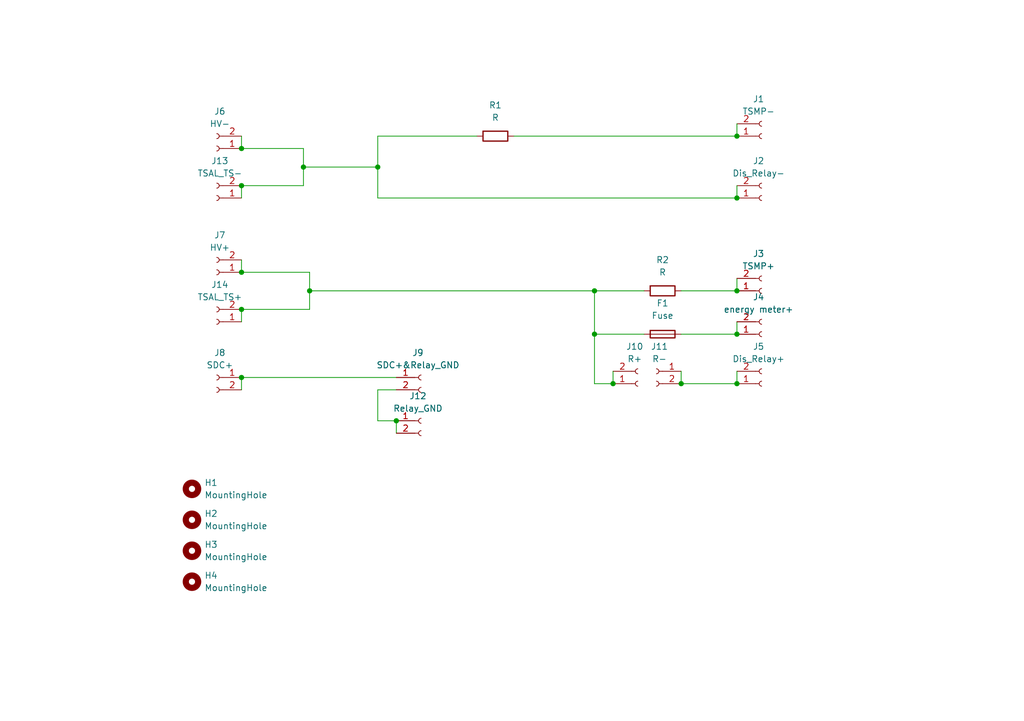
<source format=kicad_sch>
(kicad_sch (version 20250114) (generator "eeschema") (generator_version "9.0")
  (paper "A5")
  (lib_symbols
    (symbol "Connector:Conn_01x02_Socket" (pin_names (offset 1.016) (hide yes))
      (property "Reference" "J" (at 0 2.54 0))
      (property "Value" "Conn_01x02_Socket" (at 0 -5.08 0))
      (symbol "Conn_01x02_Socket_1_1"
        (polyline (pts (xy -1.27 0) (xy -0.508 0)) (stroke (width 0.1524)))
        (polyline (pts (xy -1.27 -2.54) (xy -0.508 -2.54)) (stroke (width 0.1524)))
        (arc (start 0 -0.508) (mid -0.5058 0) (end 0 0.508) (stroke (width 0.1524)))
        (arc (start 0 -3.048) (mid -0.5058 -2.54) (end 0 -2.032) (stroke (width 0.1524)))
        (pin passive line (at -5.08 0 0) (length 3.81) (name "Pin_1") (number "1"))
        (pin passive line (at -5.08 -2.54 0) (length 3.81) (name "Pin_2") (number "2"))
      )
    )
    (symbol "Device:Fuse" (pin_numbers (hide yes)) (pin_names (offset 0))
      (property "Reference" "F" (at 2.032 0 90))
      (property "Value" "Fuse" (at -1.905 0 90))
      (symbol "Fuse_0_1"
        (rectangle (start -0.762 -2.54) (end 0.762 2.54) (stroke (width 0.254)))
        (polyline (pts (xy 0 2.54) (xy 0 -2.54)))
      )
      (symbol "Fuse_1_1"
        (pin passive line (at 0 3.81 270) (length 1.27) (name "~") (number "1"))
        (pin passive line (at 0 -3.81 90) (length 1.27) (name "~") (number "2"))
      )
    )
    (symbol "Device:R" (pin_numbers (hide yes)) (pin_names (offset 0))
      (property "Reference" "R" (at 2.032 0 90))
      (property "Value" "R" (at 0 0 90))
      (symbol "R_0_1"
        (rectangle (start -1.016 -2.54) (end 1.016 2.54) (stroke (width 0.254)))
      )
      (symbol "R_1_1"
        (pin passive line (at 0 3.81 270) (length 1.27) (name "~") (number "1"))
        (pin passive line (at 0 -3.81 90) (length 1.27) (name "~") (number "2"))
      )
    )
    (symbol "Mechanical:MountingHole" (pin_names (offset 1.016)) (in_bom no)
      (property "Reference" "H" (at 0 5.08 0))
      (property "Value" "MountingHole" (at 0 3.175 0))
      (symbol "MountingHole_0_1"
        (circle (center 0 0) (radius 1.27) (stroke (width 1.27)))
      )
    )
  )
  (junction (at 151.13 78.74))
  (junction (at 151.13 27.94))
  (junction (at 121.92 59.69))
  (junction (at 77.47 34.29))
  (junction (at 125.73 78.74))
  (junction (at 49.53 30.48))
  (junction (at 139.7 78.74))
  (junction (at 63.5 59.69))
  (junction (at 49.53 63.5))
  (junction (at 151.13 59.69))
  (junction (at 121.92 68.58))
  (junction (at 49.53 55.88))
  (junction (at 49.53 77.47))
  (junction (at 151.13 68.58))
  (junction (at 151.13 40.64))
  (junction (at 62.23 34.29))
  (junction (at 81.28 86.36))
  (junction (at 49.53 38.1))
  (wire (pts (xy 49.53 27.94) (xy 49.53 30.48)))
  (wire (pts (xy 151.13 38.1) (xy 151.13 40.64)))
  (wire (pts (xy 49.53 63.5) (xy 49.53 66.04)))
  (wire (pts (xy 49.53 77.47) (xy 49.53 80.01)))
  (wire (pts (xy 121.92 68.58) (xy 121.92 78.74)))
  (wire (pts (xy 151.13 25.4) (xy 151.13 27.94)))
  (wire (pts (xy 62.23 34.29) (xy 62.23 38.1)))
  (wire (pts (xy 77.47 80.01) (xy 77.47 86.36)))
  (wire (pts (xy 81.28 80.01) (xy 77.47 80.01)))
  (wire (pts (xy 132.08 59.69) (xy 121.92 59.69)))
  (wire (pts (xy 63.5 63.5) (xy 49.53 63.5)))
  (wire (pts (xy 151.13 57.15) (xy 151.13 59.69)))
  (wire (pts (xy 77.47 27.94) (xy 77.47 34.29)))
  (wire (pts (xy 139.7 68.58) (xy 151.13 68.58)))
  (wire (pts (xy 121.92 59.69) (xy 121.92 68.58)))
  (wire (pts (xy 105.41 27.94) (xy 151.13 27.94)))
  (wire (pts (xy 139.7 59.69) (xy 151.13 59.69)))
  (wire (pts (xy 139.7 76.2) (xy 139.7 78.74)))
  (wire (pts (xy 77.47 27.94) (xy 97.79 27.94)))
  (wire (pts (xy 121.92 78.74) (xy 125.73 78.74)))
  (wire (pts (xy 49.53 77.47) (xy 81.28 77.47)))
  (wire (pts (xy 151.13 76.2) (xy 151.13 78.74)))
  (wire (pts (xy 125.73 76.2) (xy 125.73 78.74)))
  (wire (pts (xy 121.92 59.69) (xy 63.5 59.69)))
  (wire (pts (xy 62.23 38.1) (xy 49.53 38.1)))
  (wire (pts (xy 81.28 86.36) (xy 81.28 88.9)))
  (wire (pts (xy 77.47 40.64) (xy 151.13 40.64)))
  (wire (pts (xy 151.13 66.04) (xy 151.13 68.58)))
  (wire (pts (xy 77.47 86.36) (xy 81.28 86.36)))
  (wire (pts (xy 139.7 78.74) (xy 151.13 78.74)))
  (wire (pts (xy 63.5 59.69) (xy 63.5 55.88)))
  (wire (pts (xy 77.47 34.29) (xy 77.47 40.64)))
  (wire (pts (xy 63.5 55.88) (xy 49.53 55.88)))
  (wire (pts (xy 49.53 53.34) (xy 49.53 55.88)))
  (wire (pts (xy 62.23 30.48) (xy 62.23 34.29)))
  (wire (pts (xy 49.53 38.1) (xy 49.53 40.64)))
  (wire (pts (xy 62.23 34.29) (xy 77.47 34.29)))
  (wire (pts (xy 121.92 68.58) (xy 132.08 68.58)))
  (wire (pts (xy 49.53 30.48) (xy 62.23 30.48)))
  (wire (pts (xy 63.5 59.69) (xy 63.5 63.5)))
  (symbol (lib_id "Device:R") (at 135.89 59.69 90) (mirror x) (unit 1)
    (property "Reference" "R2" (at 135.89 53.34 90))
    (property "Value" "R" (at 135.89 55.88 90))
    (property "Footprint" "Package_TO_SOT_THT:TO-220-2_Vertical" (effects (hide yes)))
    (property "Description" "Resistor" (effects (hide yes)))
  )
  (symbol (lib_id "Connector:Conn_01x02_Socket") (at 44.45 66.04 180) (unit 1)
    (property "Reference" "J14" (at 45.085 58.42 0))
    (property "Value" "TSAL_TS+" (at 45.085 60.96 0))
    (property "Footprint" "Connector_Molex:Molex_Micro-Fit_3.0_43650-0215_1x02_P3.00mm_Vertical" (effects (hide yes)))
    (property "Description" "Generic connector, single row, 01x02, script generated" (effects (hide yes)))
  )
  (symbol (lib_id "Connector:Conn_01x02_Socket") (at 156.21 78.74 0) (mirror x) (unit 1)
    (property "Reference" "J5" (at 155.575 71.12 0))
    (property "Value" "Dis_Relay+" (at 155.575 73.66 0))
    (property "Footprint" "Connector_Molex:Molex_Micro-Fit_3.0_43650-0215_1x02_P3.00mm_Vertical" (effects (hide yes)))
    (property "Description" "Generic connector, single row, 01x02, script generated" (effects (hide yes)))
  )
  (symbol (lib_id "Connector:Conn_01x02_Socket") (at 44.45 55.88 180) (unit 1)
    (property "Reference" "J7" (at 45.085 48.26 0))
    (property "Value" "HV+" (at 45.085 50.8 0))
    (property "Footprint" "Connector_Molex:Molex_Micro-Fit_3.0_43650-0215_1x02_P3.00mm_Vertical" (effects (hide yes)))
    (property "Description" "Generic connector, single row, 01x02, script generated" (effects (hide yes)))
  )
  (symbol (lib_id "Mechanical:MountingHole") (at 39.37 119.38 0) (unit 1) (in_bom no)
    (property "Reference" "H4" (at 41.91 118.1099 0) (effects (justify left)))
    (property "Value" "MountingHole" (at 41.91 120.6499 0) (effects (justify left)))
    (property "Footprint" "MountingHole:MountingHole_4.3mm_M4" (effects (hide yes)))
    (property "Description" "Mounting Hole without connection" (effects (hide yes)))
  )
  (symbol (lib_id "Connector:Conn_01x02_Socket") (at 156.21 40.64 0) (mirror x) (unit 1)
    (property "Reference" "J2" (at 155.575 33.02 0))
    (property "Value" "Dis_Relay-" (at 155.575 35.56 0))
    (property "Footprint" "Connector_Molex:Molex_Micro-Fit_3.0_43650-0215_1x02_P3.00mm_Vertical" (effects (hide yes)))
    (property "Description" "Generic connector, single row, 01x02, script generated" (effects (hide yes)))
  )
  (symbol (lib_id "Connector:Conn_01x02_Socket") (at 134.62 76.2 0) (mirror y) (unit 1)
    (property "Reference" "J11" (at 135.255 71.12 0))
    (property "Value" "R-" (at 135.255 73.66 0))
    (property "Footprint" "Connector_Molex:Molex_Micro-Fit_3.0_43650-0215_1x02_P3.00mm_Vertical" (effects (hide yes)))
    (property "Description" "Generic connector, single row, 01x02, script generated" (effects (hide yes)))
  )
  (symbol (lib_id "Device:R") (at 101.6 27.94 90) (mirror x) (unit 1)
    (property "Reference" "R1" (at 101.6 21.59 90))
    (property "Value" "R" (at 101.6 24.13 90))
    (property "Footprint" "Package_TO_SOT_THT:TO-220-2_Vertical" (effects (hide yes)))
    (property "Description" "Resistor" (effects (hide yes)))
  )
  (symbol (lib_id "Connector:Conn_01x02_Socket") (at 44.45 30.48 180) (unit 1)
    (property "Reference" "J6" (at 45.085 22.86 0))
    (property "Value" "HV-" (at 45.085 25.4 0))
    (property "Footprint" "Connector_Molex:Molex_Micro-Fit_3.0_43650-0215_1x02_P3.00mm_Vertical" (effects (hide yes)))
    (property "Description" "Generic connector, single row, 01x02, script generated" (effects (hide yes)))
  )
  (symbol (lib_id "Connector:Conn_01x02_Socket") (at 130.81 78.74 0) (mirror x) (unit 1)
    (property "Reference" "J10" (at 130.175 71.12 0))
    (property "Value" "R+" (at 130.175 73.66 0))
    (property "Footprint" "Connector_Molex:Molex_Micro-Fit_3.0_43650-0215_1x02_P3.00mm_Vertical" (effects (hide yes)))
    (property "Description" "Generic connector, single row, 01x02, script generated" (effects (hide yes)))
  )
  (symbol (lib_id "Connector:Conn_01x02_Socket") (at 156.21 68.58 0) (mirror x) (unit 1)
    (property "Reference" "J4" (at 155.575 60.96 0))
    (property "Value" "energy meter+" (at 155.575 63.5 0))
    (property "Footprint" "Connector_Molex:Molex_Micro-Fit_3.0_43650-0215_1x02_P3.00mm_Vertical" (effects (hide yes)))
    (property "Description" "Generic connector, single row, 01x02, script generated" (effects (hide yes)))
  )
  (symbol (lib_id "Connector:Conn_01x02_Socket") (at 156.21 27.94 0) (mirror x) (unit 1)
    (property "Reference" "J1" (at 155.575 20.32 0))
    (property "Value" "TSMP-" (at 155.575 22.86 0))
    (property "Footprint" "Connector_Molex:Molex_Micro-Fit_3.0_43650-0215_1x02_P3.00mm_Vertical" (effects (hide yes)))
    (property "Description" "Generic connector, single row, 01x02, script generated" (effects (hide yes)))
  )
  (symbol (lib_id "Mechanical:MountingHole") (at 39.37 113.03 0) (unit 1) (in_bom no)
    (property "Reference" "H3" (at 41.91 111.7599 0) (effects (justify left)))
    (property "Value" "MountingHole" (at 41.91 114.2999 0) (effects (justify left)))
    (property "Footprint" "MountingHole:MountingHole_4.3mm_M4" (effects (hide yes)))
    (property "Description" "Mounting Hole without connection" (effects (hide yes)))
  )
  (symbol (lib_id "Connector:Conn_01x02_Socket") (at 86.36 86.36 0) (unit 1)
    (property "Reference" "J12" (at 85.725 81.28 0))
    (property "Value" "Relay_GND" (at 85.725 83.82 0))
    (property "Footprint" "Connector_Molex:Molex_Micro-Fit_3.0_43650-0215_1x02_P3.00mm_Vertical" (effects (hide yes)))
    (property "Description" "Generic connector, single row, 01x02, script generated" (effects (hide yes)))
  )
  (symbol (lib_id "Connector:Conn_01x02_Socket") (at 156.21 59.69 0) (mirror x) (unit 1)
    (property "Reference" "J3" (at 155.575 52.07 0))
    (property "Value" "TSMP+" (at 155.575 54.61 0))
    (property "Footprint" "Connector_Molex:Molex_Micro-Fit_3.0_43650-0215_1x02_P3.00mm_Vertical" (effects (hide yes)))
    (property "Description" "Generic connector, single row, 01x02, script generated" (effects (hide yes)))
  )
  (symbol (lib_id "Device:Fuse") (at 135.89 68.58 90) (mirror x) (unit 1)
    (property "Reference" "F1" (at 135.89 62.23 90))
    (property "Value" "Fuse" (at 135.89 64.77 90))
    (property "Footprint" "Fuse:Fuse_Littelfuse-NANO2-885" (effects (hide yes)))
    (property "Description" "Fuse" (effects (hide yes)))
  )
  (symbol (lib_id "Mechanical:MountingHole") (at 39.37 106.68 0) (unit 1) (in_bom no)
    (property "Reference" "H2" (at 41.91 105.4099 0) (effects (justify left)))
    (property "Value" "MountingHole" (at 41.91 107.9499 0) (effects (justify left)))
    (property "Footprint" "MountingHole:MountingHole_4.3mm_M4" (effects (hide yes)))
    (property "Description" "Mounting Hole without connection" (effects (hide yes)))
  )
  (symbol (lib_id "Connector:Conn_01x02_Socket") (at 86.36 77.47 0) (unit 1)
    (property "Reference" "J9" (at 85.725 72.39 0))
    (property "Value" "SDC+&Relay_GND" (at 85.725 74.93 0))
    (property "Footprint" "Connector_Molex:Molex_Micro-Fit_3.0_43650-0215_1x02_P3.00mm_Vertical" (effects (hide yes)))
    (property "Description" "Generic connector, single row, 01x02, script generated" (effects (hide yes)))
  )
  (symbol (lib_id "Mechanical:MountingHole") (at 39.37 100.33 0) (unit 1) (in_bom no)
    (property "Reference" "H1" (at 41.91 99.0599 0) (effects (justify left)))
    (property "Value" "MountingHole" (at 41.91 101.5999 0) (effects (justify left)))
    (property "Footprint" "MountingHole:MountingHole_4.3mm_M4" (effects (hide yes)))
    (property "Description" "Mounting Hole without connection" (effects (hide yes)))
  )
  (symbol (lib_id "Connector:Conn_01x02_Socket") (at 44.45 77.47 0) (mirror y) (unit 1)
    (property "Reference" "J8" (at 45.085 72.39 0))
    (property "Value" "SDC+" (at 45.085 74.93 0))
    (property "Footprint" "Connector_Molex:Molex_Micro-Fit_3.0_43650-0215_1x02_P3.00mm_Vertical" (effects (hide yes)))
    (property "Description" "Generic connector, single row, 01x02, script generated" (effects (hide yes)))
  )
  (symbol (lib_id "Connector:Conn_01x02_Socket") (at 44.45 40.64 180) (unit 1)
    (property "Reference" "J13" (at 45.085 33.02 0))
    (property "Value" "TSAL_TS-" (at 45.085 35.56 0))
    (property "Footprint" "Connector_Molex:Molex_Micro-Fit_3.0_43650-0215_1x02_P3.00mm_Vertical" (effects (hide yes)))
    (property "Description" "Generic connector, single row, 01x02, script generated" (effects (hide yes)))
  )
)
</source>
